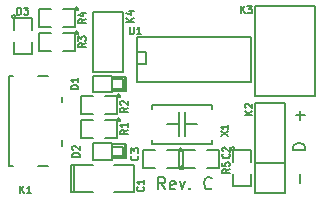
<source format=gto>
G04 (created by PCBNEW-RS274X (2012-apr-16-27)-stable) date Sun 09 Nov 2014 09:22:59 PM UTC*
G01*
G70*
G90*
%MOIN*%
G04 Gerber Fmt 3.4, Leading zero omitted, Abs format*
%FSLAX34Y34*%
G04 APERTURE LIST*
%ADD10C,0.006000*%
%ADD11C,0.008000*%
%ADD12C,0.005000*%
%ADD13C,0.007000*%
G04 APERTURE END LIST*
G54D10*
X28453Y-31312D02*
X28319Y-31121D01*
X28224Y-31312D02*
X28224Y-30912D01*
X28377Y-30912D01*
X28415Y-30931D01*
X28434Y-30950D01*
X28453Y-30988D01*
X28453Y-31045D01*
X28434Y-31083D01*
X28415Y-31102D01*
X28377Y-31121D01*
X28224Y-31121D01*
X28777Y-31293D02*
X28739Y-31312D01*
X28662Y-31312D01*
X28624Y-31293D01*
X28605Y-31255D01*
X28605Y-31102D01*
X28624Y-31064D01*
X28662Y-31045D01*
X28739Y-31045D01*
X28777Y-31064D01*
X28796Y-31102D01*
X28796Y-31140D01*
X28605Y-31179D01*
X28929Y-31045D02*
X29024Y-31312D01*
X29120Y-31045D01*
X29272Y-31274D02*
X29291Y-31293D01*
X29272Y-31312D01*
X29253Y-31293D01*
X29272Y-31274D01*
X29272Y-31312D01*
X29996Y-31274D02*
X29977Y-31293D01*
X29920Y-31312D01*
X29882Y-31312D01*
X29824Y-31293D01*
X29786Y-31255D01*
X29767Y-31217D01*
X29748Y-31140D01*
X29748Y-31083D01*
X29767Y-31007D01*
X29786Y-30969D01*
X29824Y-30931D01*
X29882Y-30912D01*
X29920Y-30912D01*
X29977Y-30931D01*
X29996Y-30950D01*
X32960Y-31110D02*
X32960Y-30805D01*
X33112Y-30005D02*
X32712Y-30005D01*
X32712Y-29910D01*
X32731Y-29852D01*
X32769Y-29814D01*
X32807Y-29795D01*
X32883Y-29776D01*
X32940Y-29776D01*
X33017Y-29795D01*
X33055Y-29814D01*
X33093Y-29852D01*
X33112Y-29910D01*
X33112Y-30005D01*
X32960Y-28995D02*
X32960Y-28690D01*
X33112Y-28842D02*
X32807Y-28842D01*
G54D11*
X31450Y-28200D02*
X31450Y-25200D01*
X33450Y-25200D02*
X33450Y-28200D01*
X33450Y-28200D02*
X31450Y-28200D01*
X31450Y-25200D02*
X33450Y-25200D01*
G54D12*
X25400Y-30500D02*
X25300Y-30500D01*
X25300Y-30500D02*
X25300Y-31400D01*
X25300Y-31400D02*
X25400Y-31400D01*
X25400Y-30500D02*
X25400Y-31400D01*
X25400Y-31400D02*
X26050Y-31400D01*
X26750Y-30500D02*
X27400Y-30500D01*
X27400Y-30500D02*
X27400Y-31400D01*
X27400Y-31400D02*
X26750Y-31400D01*
X26050Y-30500D02*
X25400Y-30500D01*
G54D10*
X32450Y-31450D02*
X31450Y-31450D01*
X31450Y-31450D02*
X31450Y-28450D01*
X31450Y-28450D02*
X32450Y-28450D01*
X32450Y-28450D02*
X32450Y-31450D01*
X31450Y-30450D02*
X32450Y-30450D01*
G54D11*
X26665Y-28036D02*
X27137Y-28036D01*
X27137Y-28036D02*
X27137Y-27918D01*
X27098Y-27564D02*
X27098Y-27997D01*
X26665Y-27564D02*
X27137Y-27564D01*
X26665Y-27997D02*
X27137Y-27997D01*
X27137Y-27997D02*
X27137Y-27564D01*
X26665Y-27643D02*
X27059Y-27643D01*
X27059Y-27643D02*
X27059Y-27957D01*
X27059Y-27957D02*
X26665Y-27957D01*
X26665Y-27524D02*
X26665Y-28076D01*
X26665Y-28076D02*
X26035Y-28076D01*
X26035Y-28076D02*
X26035Y-27524D01*
X26035Y-27524D02*
X26665Y-27524D01*
X26665Y-30286D02*
X27137Y-30286D01*
X27137Y-30286D02*
X27137Y-30168D01*
X27098Y-29814D02*
X27098Y-30247D01*
X26665Y-29814D02*
X27137Y-29814D01*
X26665Y-30247D02*
X27137Y-30247D01*
X27137Y-30247D02*
X27137Y-29814D01*
X26665Y-29893D02*
X27059Y-29893D01*
X27059Y-29893D02*
X27059Y-30207D01*
X27059Y-30207D02*
X26665Y-30207D01*
X26665Y-29774D02*
X26665Y-30326D01*
X26665Y-30326D02*
X26035Y-30326D01*
X26035Y-30326D02*
X26035Y-29774D01*
X26035Y-29774D02*
X26665Y-29774D01*
X27500Y-26250D02*
X31300Y-26250D01*
X31300Y-26250D02*
X31300Y-27750D01*
X31300Y-27750D02*
X27500Y-27750D01*
X27500Y-27750D02*
X27500Y-26250D01*
X27500Y-26750D02*
X27800Y-26750D01*
X27800Y-26750D02*
X27800Y-27150D01*
X27800Y-27150D02*
X27500Y-27150D01*
G54D13*
X25007Y-29877D02*
X25007Y-29680D01*
X25007Y-28223D02*
X25007Y-28420D01*
X24220Y-27554D02*
X24535Y-27554D01*
X24220Y-30546D02*
X24535Y-30546D01*
X23236Y-27554D02*
X23236Y-30546D01*
X23236Y-30546D02*
X23393Y-30546D01*
X23236Y-27554D02*
X23393Y-27554D01*
G54D11*
X29100Y-29150D02*
X29500Y-29150D01*
X28900Y-29150D02*
X28500Y-29150D01*
X29100Y-29550D02*
X29100Y-28750D01*
X28900Y-29550D02*
X28900Y-28750D01*
X30000Y-29800D02*
X30000Y-29675D01*
X28000Y-29800D02*
X28000Y-29675D01*
X28000Y-28500D02*
X28000Y-28625D01*
X30000Y-28500D02*
X30000Y-28625D01*
X30000Y-28500D02*
X28000Y-28500D01*
X30000Y-29800D02*
X28000Y-29800D01*
G54D12*
X30750Y-29950D02*
X30749Y-29959D01*
X30746Y-29969D01*
X30741Y-29977D01*
X30735Y-29985D01*
X30727Y-29991D01*
X30719Y-29996D01*
X30710Y-29998D01*
X30700Y-29999D01*
X30691Y-29999D01*
X30682Y-29996D01*
X30673Y-29991D01*
X30666Y-29985D01*
X30659Y-29978D01*
X30655Y-29969D01*
X30652Y-29960D01*
X30651Y-29950D01*
X30651Y-29941D01*
X30654Y-29932D01*
X30658Y-29923D01*
X30665Y-29916D01*
X30672Y-29909D01*
X30680Y-29905D01*
X30690Y-29902D01*
X30699Y-29901D01*
X30708Y-29901D01*
X30718Y-29904D01*
X30726Y-29908D01*
X30734Y-29914D01*
X30740Y-29922D01*
X30745Y-29930D01*
X30748Y-29939D01*
X30749Y-29949D01*
X30750Y-29950D01*
X30700Y-30400D02*
X30700Y-30000D01*
X30700Y-30000D02*
X31300Y-30000D01*
X31300Y-30000D02*
X31300Y-30400D01*
X31300Y-30800D02*
X31300Y-31200D01*
X31300Y-31200D02*
X30700Y-31200D01*
X30700Y-31200D02*
X30700Y-30800D01*
G54D10*
X27050Y-27400D02*
X26050Y-27400D01*
X26050Y-27400D02*
X26050Y-25400D01*
X26050Y-25400D02*
X27050Y-25400D01*
X27050Y-25400D02*
X27050Y-27400D01*
G54D12*
X29050Y-30600D02*
X29049Y-30609D01*
X29046Y-30619D01*
X29041Y-30627D01*
X29035Y-30635D01*
X29027Y-30641D01*
X29019Y-30646D01*
X29010Y-30648D01*
X29000Y-30649D01*
X28991Y-30649D01*
X28982Y-30646D01*
X28973Y-30641D01*
X28966Y-30635D01*
X28959Y-30628D01*
X28955Y-30619D01*
X28952Y-30610D01*
X28951Y-30600D01*
X28951Y-30591D01*
X28954Y-30582D01*
X28958Y-30573D01*
X28965Y-30566D01*
X28972Y-30559D01*
X28980Y-30555D01*
X28990Y-30552D01*
X28999Y-30551D01*
X29008Y-30551D01*
X29018Y-30554D01*
X29026Y-30558D01*
X29034Y-30564D01*
X29040Y-30572D01*
X29045Y-30580D01*
X29048Y-30589D01*
X29049Y-30599D01*
X29050Y-30600D01*
X29450Y-30600D02*
X29050Y-30600D01*
X29050Y-30600D02*
X29050Y-30000D01*
X29050Y-30000D02*
X29450Y-30000D01*
X29850Y-30000D02*
X30250Y-30000D01*
X30250Y-30000D02*
X30250Y-30600D01*
X30250Y-30600D02*
X29850Y-30600D01*
X29000Y-30000D02*
X28999Y-30009D01*
X28996Y-30019D01*
X28991Y-30027D01*
X28985Y-30035D01*
X28977Y-30041D01*
X28969Y-30046D01*
X28960Y-30048D01*
X28950Y-30049D01*
X28941Y-30049D01*
X28932Y-30046D01*
X28923Y-30041D01*
X28916Y-30035D01*
X28909Y-30028D01*
X28905Y-30019D01*
X28902Y-30010D01*
X28901Y-30000D01*
X28901Y-29991D01*
X28904Y-29982D01*
X28908Y-29973D01*
X28915Y-29966D01*
X28922Y-29959D01*
X28930Y-29955D01*
X28940Y-29952D01*
X28949Y-29951D01*
X28958Y-29951D01*
X28968Y-29954D01*
X28976Y-29958D01*
X28984Y-29964D01*
X28990Y-29972D01*
X28995Y-29980D01*
X28998Y-29989D01*
X28999Y-29999D01*
X29000Y-30000D01*
X28500Y-30000D02*
X28900Y-30000D01*
X28900Y-30000D02*
X28900Y-30600D01*
X28900Y-30600D02*
X28500Y-30600D01*
X28100Y-30600D02*
X27700Y-30600D01*
X27700Y-30600D02*
X27700Y-30000D01*
X27700Y-30000D02*
X28100Y-30000D01*
X23450Y-25550D02*
X23449Y-25559D01*
X23446Y-25569D01*
X23441Y-25577D01*
X23435Y-25585D01*
X23427Y-25591D01*
X23419Y-25596D01*
X23410Y-25598D01*
X23400Y-25599D01*
X23391Y-25599D01*
X23382Y-25596D01*
X23373Y-25591D01*
X23366Y-25585D01*
X23359Y-25578D01*
X23355Y-25569D01*
X23352Y-25560D01*
X23351Y-25550D01*
X23351Y-25541D01*
X23354Y-25532D01*
X23358Y-25523D01*
X23365Y-25516D01*
X23372Y-25509D01*
X23380Y-25505D01*
X23390Y-25502D01*
X23399Y-25501D01*
X23408Y-25501D01*
X23418Y-25504D01*
X23426Y-25508D01*
X23434Y-25514D01*
X23440Y-25522D01*
X23445Y-25530D01*
X23448Y-25539D01*
X23449Y-25549D01*
X23450Y-25550D01*
X23400Y-26000D02*
X23400Y-25600D01*
X23400Y-25600D02*
X24000Y-25600D01*
X24000Y-25600D02*
X24000Y-26000D01*
X24000Y-26400D02*
X24000Y-26800D01*
X24000Y-26800D02*
X23400Y-26800D01*
X23400Y-26800D02*
X23400Y-26400D01*
X26950Y-29000D02*
X26949Y-29009D01*
X26946Y-29019D01*
X26941Y-29027D01*
X26935Y-29035D01*
X26927Y-29041D01*
X26919Y-29046D01*
X26910Y-29048D01*
X26900Y-29049D01*
X26891Y-29049D01*
X26882Y-29046D01*
X26873Y-29041D01*
X26866Y-29035D01*
X26859Y-29028D01*
X26855Y-29019D01*
X26852Y-29010D01*
X26851Y-29000D01*
X26851Y-28991D01*
X26854Y-28982D01*
X26858Y-28973D01*
X26865Y-28966D01*
X26872Y-28959D01*
X26880Y-28955D01*
X26890Y-28952D01*
X26899Y-28951D01*
X26908Y-28951D01*
X26918Y-28954D01*
X26926Y-28958D01*
X26934Y-28964D01*
X26940Y-28972D01*
X26945Y-28980D01*
X26948Y-28989D01*
X26949Y-28999D01*
X26950Y-29000D01*
X26450Y-29000D02*
X26850Y-29000D01*
X26850Y-29000D02*
X26850Y-29600D01*
X26850Y-29600D02*
X26450Y-29600D01*
X26050Y-29600D02*
X25650Y-29600D01*
X25650Y-29600D02*
X25650Y-29000D01*
X25650Y-29000D02*
X26050Y-29000D01*
X26950Y-28200D02*
X26949Y-28209D01*
X26946Y-28219D01*
X26941Y-28227D01*
X26935Y-28235D01*
X26927Y-28241D01*
X26919Y-28246D01*
X26910Y-28248D01*
X26900Y-28249D01*
X26891Y-28249D01*
X26882Y-28246D01*
X26873Y-28241D01*
X26866Y-28235D01*
X26859Y-28228D01*
X26855Y-28219D01*
X26852Y-28210D01*
X26851Y-28200D01*
X26851Y-28191D01*
X26854Y-28182D01*
X26858Y-28173D01*
X26865Y-28166D01*
X26872Y-28159D01*
X26880Y-28155D01*
X26890Y-28152D01*
X26899Y-28151D01*
X26908Y-28151D01*
X26918Y-28154D01*
X26926Y-28158D01*
X26934Y-28164D01*
X26940Y-28172D01*
X26945Y-28180D01*
X26948Y-28189D01*
X26949Y-28199D01*
X26950Y-28200D01*
X26450Y-28200D02*
X26850Y-28200D01*
X26850Y-28200D02*
X26850Y-28800D01*
X26850Y-28800D02*
X26450Y-28800D01*
X26050Y-28800D02*
X25650Y-28800D01*
X25650Y-28800D02*
X25650Y-28200D01*
X25650Y-28200D02*
X26050Y-28200D01*
X25550Y-26100D02*
X25549Y-26109D01*
X25546Y-26119D01*
X25541Y-26127D01*
X25535Y-26135D01*
X25527Y-26141D01*
X25519Y-26146D01*
X25510Y-26148D01*
X25500Y-26149D01*
X25491Y-26149D01*
X25482Y-26146D01*
X25473Y-26141D01*
X25466Y-26135D01*
X25459Y-26128D01*
X25455Y-26119D01*
X25452Y-26110D01*
X25451Y-26100D01*
X25451Y-26091D01*
X25454Y-26082D01*
X25458Y-26073D01*
X25465Y-26066D01*
X25472Y-26059D01*
X25480Y-26055D01*
X25490Y-26052D01*
X25499Y-26051D01*
X25508Y-26051D01*
X25518Y-26054D01*
X25526Y-26058D01*
X25534Y-26064D01*
X25540Y-26072D01*
X25545Y-26080D01*
X25548Y-26089D01*
X25549Y-26099D01*
X25550Y-26100D01*
X25050Y-26100D02*
X25450Y-26100D01*
X25450Y-26100D02*
X25450Y-26700D01*
X25450Y-26700D02*
X25050Y-26700D01*
X24650Y-26700D02*
X24250Y-26700D01*
X24250Y-26700D02*
X24250Y-26100D01*
X24250Y-26100D02*
X24650Y-26100D01*
X25550Y-25300D02*
X25549Y-25309D01*
X25546Y-25319D01*
X25541Y-25327D01*
X25535Y-25335D01*
X25527Y-25341D01*
X25519Y-25346D01*
X25510Y-25348D01*
X25500Y-25349D01*
X25491Y-25349D01*
X25482Y-25346D01*
X25473Y-25341D01*
X25466Y-25335D01*
X25459Y-25328D01*
X25455Y-25319D01*
X25452Y-25310D01*
X25451Y-25300D01*
X25451Y-25291D01*
X25454Y-25282D01*
X25458Y-25273D01*
X25465Y-25266D01*
X25472Y-25259D01*
X25480Y-25255D01*
X25490Y-25252D01*
X25499Y-25251D01*
X25508Y-25251D01*
X25518Y-25254D01*
X25526Y-25258D01*
X25534Y-25264D01*
X25540Y-25272D01*
X25545Y-25280D01*
X25548Y-25289D01*
X25549Y-25299D01*
X25550Y-25300D01*
X25050Y-25300D02*
X25450Y-25300D01*
X25450Y-25300D02*
X25450Y-25900D01*
X25450Y-25900D02*
X25050Y-25900D01*
X24650Y-25900D02*
X24250Y-25900D01*
X24250Y-25900D02*
X24250Y-25300D01*
X24250Y-25300D02*
X24650Y-25300D01*
X30973Y-25447D02*
X30973Y-25207D01*
X31110Y-25447D02*
X31007Y-25310D01*
X31110Y-25207D02*
X30973Y-25344D01*
X31190Y-25207D02*
X31339Y-25207D01*
X31259Y-25299D01*
X31293Y-25299D01*
X31316Y-25310D01*
X31327Y-25321D01*
X31339Y-25344D01*
X31339Y-25401D01*
X31327Y-25424D01*
X31316Y-25436D01*
X31293Y-25447D01*
X31225Y-25447D01*
X31202Y-25436D01*
X31190Y-25424D01*
X27724Y-31240D02*
X27736Y-31251D01*
X27747Y-31285D01*
X27747Y-31308D01*
X27736Y-31343D01*
X27713Y-31365D01*
X27690Y-31377D01*
X27644Y-31388D01*
X27610Y-31388D01*
X27564Y-31377D01*
X27541Y-31365D01*
X27519Y-31343D01*
X27507Y-31308D01*
X27507Y-31285D01*
X27519Y-31251D01*
X27530Y-31240D01*
X27747Y-31011D02*
X27747Y-31148D01*
X27747Y-31080D02*
X27507Y-31080D01*
X27541Y-31103D01*
X27564Y-31125D01*
X27576Y-31148D01*
X31347Y-28827D02*
X31107Y-28827D01*
X31347Y-28690D02*
X31210Y-28793D01*
X31107Y-28690D02*
X31244Y-28827D01*
X31130Y-28598D02*
X31119Y-28587D01*
X31107Y-28564D01*
X31107Y-28507D01*
X31119Y-28484D01*
X31130Y-28473D01*
X31153Y-28461D01*
X31176Y-28461D01*
X31210Y-28473D01*
X31347Y-28610D01*
X31347Y-28461D01*
X25547Y-27977D02*
X25307Y-27977D01*
X25307Y-27920D01*
X25319Y-27885D01*
X25341Y-27863D01*
X25364Y-27851D01*
X25410Y-27840D01*
X25444Y-27840D01*
X25490Y-27851D01*
X25513Y-27863D01*
X25536Y-27885D01*
X25547Y-27920D01*
X25547Y-27977D01*
X25547Y-27611D02*
X25547Y-27748D01*
X25547Y-27680D02*
X25307Y-27680D01*
X25341Y-27703D01*
X25364Y-27725D01*
X25376Y-27748D01*
X25597Y-30227D02*
X25357Y-30227D01*
X25357Y-30170D01*
X25369Y-30135D01*
X25391Y-30113D01*
X25414Y-30101D01*
X25460Y-30090D01*
X25494Y-30090D01*
X25540Y-30101D01*
X25563Y-30113D01*
X25586Y-30135D01*
X25597Y-30170D01*
X25597Y-30227D01*
X25380Y-29998D02*
X25369Y-29987D01*
X25357Y-29964D01*
X25357Y-29907D01*
X25369Y-29884D01*
X25380Y-29873D01*
X25403Y-29861D01*
X25426Y-29861D01*
X25460Y-29873D01*
X25597Y-30010D01*
X25597Y-29861D01*
X27267Y-25907D02*
X27267Y-26101D01*
X27279Y-26124D01*
X27290Y-26136D01*
X27313Y-26147D01*
X27359Y-26147D01*
X27381Y-26136D01*
X27393Y-26124D01*
X27404Y-26101D01*
X27404Y-25907D01*
X27644Y-26147D02*
X27507Y-26147D01*
X27575Y-26147D02*
X27575Y-25907D01*
X27552Y-25941D01*
X27530Y-25964D01*
X27507Y-25976D01*
X23623Y-31447D02*
X23623Y-31207D01*
X23760Y-31447D02*
X23657Y-31310D01*
X23760Y-31207D02*
X23623Y-31344D01*
X23989Y-31447D02*
X23852Y-31447D01*
X23920Y-31447D02*
X23920Y-31207D01*
X23897Y-31241D01*
X23875Y-31264D01*
X23852Y-31276D01*
X30307Y-29545D02*
X30547Y-29385D01*
X30307Y-29385D02*
X30547Y-29545D01*
X30547Y-29167D02*
X30547Y-29304D01*
X30547Y-29236D02*
X30307Y-29236D01*
X30341Y-29259D01*
X30364Y-29281D01*
X30376Y-29304D01*
X30597Y-30640D02*
X30483Y-30720D01*
X30597Y-30777D02*
X30357Y-30777D01*
X30357Y-30685D01*
X30369Y-30663D01*
X30380Y-30651D01*
X30403Y-30640D01*
X30437Y-30640D01*
X30460Y-30651D01*
X30471Y-30663D01*
X30483Y-30685D01*
X30483Y-30777D01*
X30357Y-30423D02*
X30357Y-30537D01*
X30471Y-30548D01*
X30460Y-30537D01*
X30449Y-30514D01*
X30449Y-30457D01*
X30460Y-30434D01*
X30471Y-30423D01*
X30494Y-30411D01*
X30551Y-30411D01*
X30574Y-30423D01*
X30586Y-30434D01*
X30597Y-30457D01*
X30597Y-30514D01*
X30586Y-30537D01*
X30574Y-30548D01*
X27397Y-25727D02*
X27157Y-25727D01*
X27397Y-25590D02*
X27260Y-25693D01*
X27157Y-25590D02*
X27294Y-25727D01*
X27237Y-25384D02*
X27397Y-25384D01*
X27146Y-25441D02*
X27317Y-25498D01*
X27317Y-25350D01*
X30574Y-30140D02*
X30586Y-30151D01*
X30597Y-30185D01*
X30597Y-30208D01*
X30586Y-30243D01*
X30563Y-30265D01*
X30540Y-30277D01*
X30494Y-30288D01*
X30460Y-30288D01*
X30414Y-30277D01*
X30391Y-30265D01*
X30369Y-30243D01*
X30357Y-30208D01*
X30357Y-30185D01*
X30369Y-30151D01*
X30380Y-30140D01*
X30380Y-30048D02*
X30369Y-30037D01*
X30357Y-30014D01*
X30357Y-29957D01*
X30369Y-29934D01*
X30380Y-29923D01*
X30403Y-29911D01*
X30426Y-29911D01*
X30460Y-29923D01*
X30597Y-30060D01*
X30597Y-29911D01*
X27527Y-30192D02*
X27539Y-30204D01*
X27551Y-30239D01*
X27551Y-30263D01*
X27539Y-30299D01*
X27515Y-30323D01*
X27492Y-30334D01*
X27444Y-30346D01*
X27408Y-30346D01*
X27361Y-30334D01*
X27337Y-30323D01*
X27313Y-30299D01*
X27301Y-30263D01*
X27301Y-30239D01*
X27313Y-30204D01*
X27325Y-30192D01*
X27301Y-30108D02*
X27301Y-29954D01*
X27396Y-30037D01*
X27396Y-30001D01*
X27408Y-29977D01*
X27420Y-29965D01*
X27444Y-29954D01*
X27504Y-29954D01*
X27527Y-29965D01*
X27539Y-29977D01*
X27551Y-30001D01*
X27551Y-30073D01*
X27539Y-30096D01*
X27527Y-30108D01*
X23523Y-25497D02*
X23523Y-25257D01*
X23580Y-25257D01*
X23615Y-25269D01*
X23637Y-25291D01*
X23649Y-25314D01*
X23660Y-25360D01*
X23660Y-25394D01*
X23649Y-25440D01*
X23637Y-25463D01*
X23615Y-25486D01*
X23580Y-25497D01*
X23523Y-25497D01*
X23740Y-25257D02*
X23889Y-25257D01*
X23809Y-25349D01*
X23843Y-25349D01*
X23866Y-25360D01*
X23877Y-25371D01*
X23889Y-25394D01*
X23889Y-25451D01*
X23877Y-25474D01*
X23866Y-25486D01*
X23843Y-25497D01*
X23775Y-25497D01*
X23752Y-25486D01*
X23740Y-25474D01*
X27197Y-29340D02*
X27083Y-29420D01*
X27197Y-29477D02*
X26957Y-29477D01*
X26957Y-29385D01*
X26969Y-29363D01*
X26980Y-29351D01*
X27003Y-29340D01*
X27037Y-29340D01*
X27060Y-29351D01*
X27071Y-29363D01*
X27083Y-29385D01*
X27083Y-29477D01*
X27197Y-29111D02*
X27197Y-29248D01*
X27197Y-29180D02*
X26957Y-29180D01*
X26991Y-29203D01*
X27014Y-29225D01*
X27026Y-29248D01*
X27197Y-28590D02*
X27083Y-28670D01*
X27197Y-28727D02*
X26957Y-28727D01*
X26957Y-28635D01*
X26969Y-28613D01*
X26980Y-28601D01*
X27003Y-28590D01*
X27037Y-28590D01*
X27060Y-28601D01*
X27071Y-28613D01*
X27083Y-28635D01*
X27083Y-28727D01*
X26980Y-28498D02*
X26969Y-28487D01*
X26957Y-28464D01*
X26957Y-28407D01*
X26969Y-28384D01*
X26980Y-28373D01*
X27003Y-28361D01*
X27026Y-28361D01*
X27060Y-28373D01*
X27197Y-28510D01*
X27197Y-28361D01*
X25797Y-26440D02*
X25683Y-26520D01*
X25797Y-26577D02*
X25557Y-26577D01*
X25557Y-26485D01*
X25569Y-26463D01*
X25580Y-26451D01*
X25603Y-26440D01*
X25637Y-26440D01*
X25660Y-26451D01*
X25671Y-26463D01*
X25683Y-26485D01*
X25683Y-26577D01*
X25557Y-26360D02*
X25557Y-26211D01*
X25649Y-26291D01*
X25649Y-26257D01*
X25660Y-26234D01*
X25671Y-26223D01*
X25694Y-26211D01*
X25751Y-26211D01*
X25774Y-26223D01*
X25786Y-26234D01*
X25797Y-26257D01*
X25797Y-26325D01*
X25786Y-26348D01*
X25774Y-26360D01*
X25797Y-25640D02*
X25683Y-25720D01*
X25797Y-25777D02*
X25557Y-25777D01*
X25557Y-25685D01*
X25569Y-25663D01*
X25580Y-25651D01*
X25603Y-25640D01*
X25637Y-25640D01*
X25660Y-25651D01*
X25671Y-25663D01*
X25683Y-25685D01*
X25683Y-25777D01*
X25637Y-25434D02*
X25797Y-25434D01*
X25546Y-25491D02*
X25717Y-25548D01*
X25717Y-25400D01*
M02*

</source>
